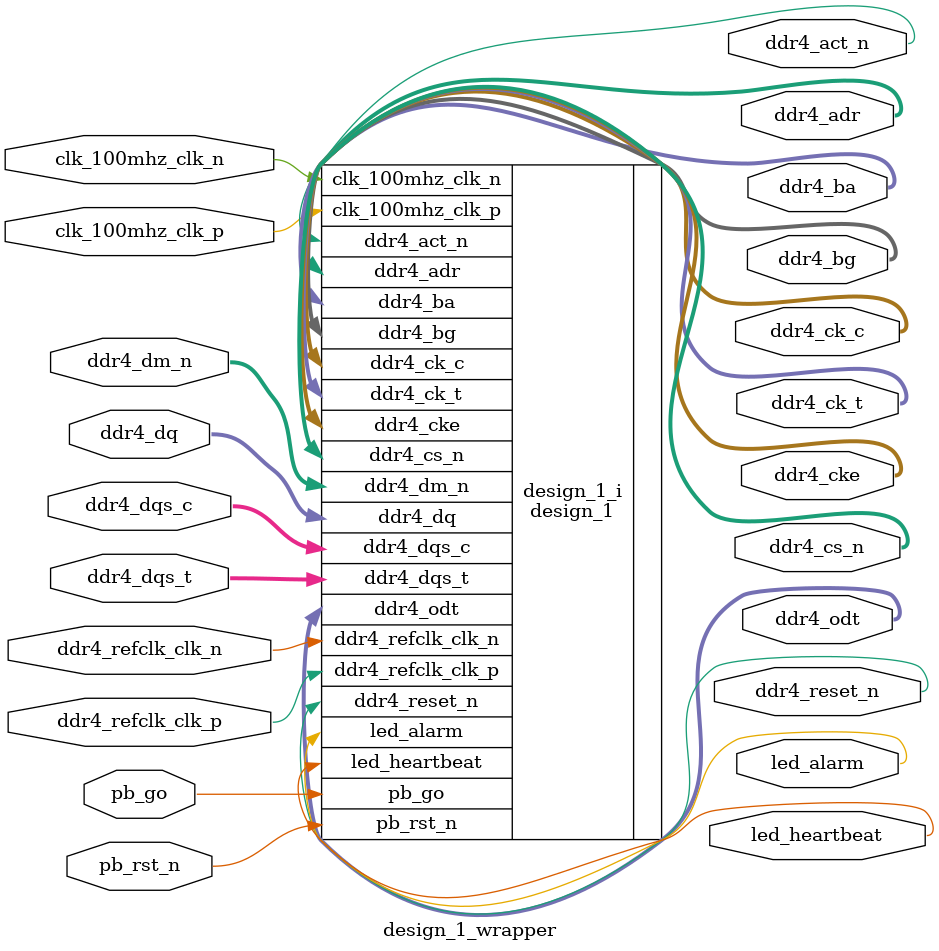
<source format=v>
`timescale 1 ps / 1 ps

module design_1_wrapper
   (clk_100mhz_clk_n,
    clk_100mhz_clk_p,
    ddr4_act_n,
    ddr4_adr,
    ddr4_ba,
    ddr4_bg,
    ddr4_ck_c,
    ddr4_ck_t,
    ddr4_cke,
    ddr4_cs_n,
    ddr4_dm_n,
    ddr4_dq,
    ddr4_dqs_c,
    ddr4_dqs_t,
    ddr4_odt,
    ddr4_refclk_clk_n,
    ddr4_refclk_clk_p,
    ddr4_reset_n,
    led_alarm,
    led_heartbeat,
    pb_go,
    pb_rst_n);
  input [0:0]clk_100mhz_clk_n;
  input [0:0]clk_100mhz_clk_p;
  output ddr4_act_n;
  output [16:0]ddr4_adr;
  output [1:0]ddr4_ba;
  output [1:0]ddr4_bg;
  output [1:0]ddr4_ck_c;
  output [1:0]ddr4_ck_t;
  output [1:0]ddr4_cke;
  output [1:0]ddr4_cs_n;
  inout [8:0]ddr4_dm_n;
  inout [71:0]ddr4_dq;
  inout [8:0]ddr4_dqs_c;
  inout [8:0]ddr4_dqs_t;
  output [1:0]ddr4_odt;
  input ddr4_refclk_clk_n;
  input ddr4_refclk_clk_p;
  output ddr4_reset_n;
  output led_alarm;
  output led_heartbeat;
  input pb_go;
  input pb_rst_n;

  wire [0:0]clk_100mhz_clk_n;
  wire [0:0]clk_100mhz_clk_p;
  wire ddr4_act_n;
  wire [16:0]ddr4_adr;
  wire [1:0]ddr4_ba;
  wire [1:0]ddr4_bg;
  wire [1:0]ddr4_ck_c;
  wire [1:0]ddr4_ck_t;
  wire [1:0]ddr4_cke;
  wire [1:0]ddr4_cs_n;
  wire [8:0]ddr4_dm_n;
  wire [71:0]ddr4_dq;
  wire [8:0]ddr4_dqs_c;
  wire [8:0]ddr4_dqs_t;
  wire [1:0]ddr4_odt;
  wire ddr4_refclk_clk_n;
  wire ddr4_refclk_clk_p;
  wire ddr4_reset_n;
  wire led_alarm;
  wire led_heartbeat;
  wire pb_go;
  wire pb_rst_n;

  design_1 design_1_i
       (.clk_100mhz_clk_n(clk_100mhz_clk_n),
        .clk_100mhz_clk_p(clk_100mhz_clk_p),
        .ddr4_act_n(ddr4_act_n),
        .ddr4_adr(ddr4_adr),
        .ddr4_ba(ddr4_ba),
        .ddr4_bg(ddr4_bg),
        .ddr4_ck_c(ddr4_ck_c),
        .ddr4_ck_t(ddr4_ck_t),
        .ddr4_cke(ddr4_cke),
        .ddr4_cs_n(ddr4_cs_n),
        .ddr4_dm_n(ddr4_dm_n),
        .ddr4_dq(ddr4_dq),
        .ddr4_dqs_c(ddr4_dqs_c),
        .ddr4_dqs_t(ddr4_dqs_t),
        .ddr4_odt(ddr4_odt),
        .ddr4_refclk_clk_n(ddr4_refclk_clk_n),
        .ddr4_refclk_clk_p(ddr4_refclk_clk_p),
        .ddr4_reset_n(ddr4_reset_n),
        .led_alarm(led_alarm),
        .led_heartbeat(led_heartbeat),
        .pb_go(pb_go),
        .pb_rst_n(pb_rst_n));
endmodule

</source>
